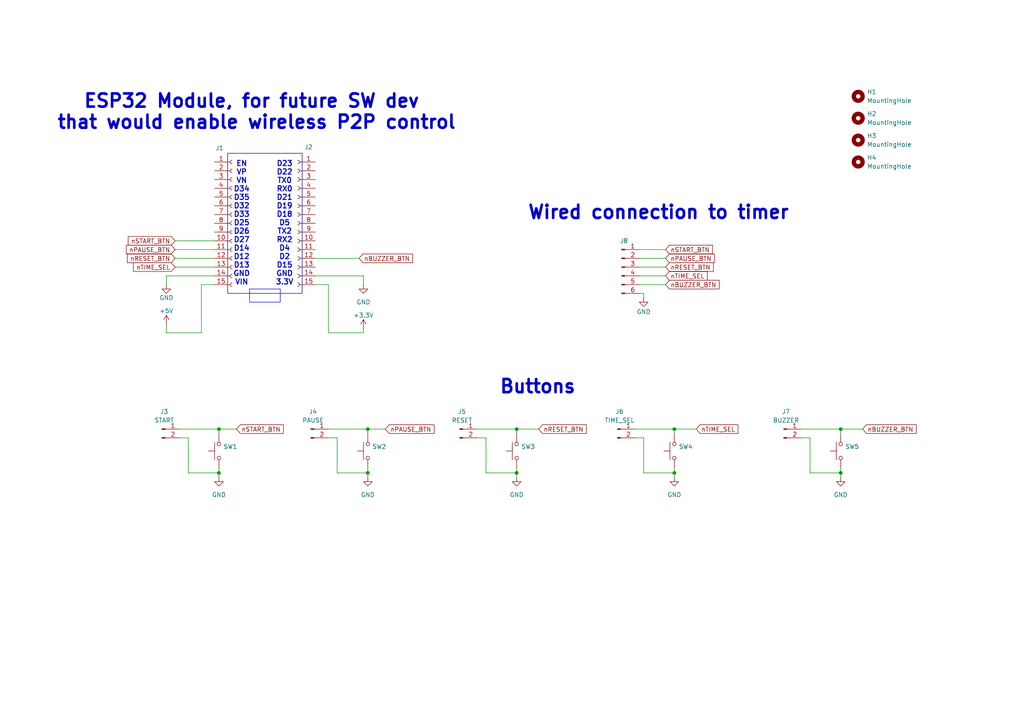
<source format=kicad_sch>
(kicad_sch (version 20231120) (generator "eeschema") (generator_version "8.0")
  (paper "A4")
  (lib_symbols
    (symbol "Connector:Conn_01x02_Pin" (pin_names (offset 1.016) hide)
      (property "Reference" "J" (at 0 2.54 0))
      (property "Value" "Conn_01x02_Pin" (at 0 -5.08 0))
      (symbol "Conn_01x02_Pin_1_1"
        (polyline (pts (xy 1.27 -2.54) (xy 0.8636 -2.54)) (stroke (width 0.1524)))
        (polyline (pts (xy 1.27 0) (xy 0.8636 0)) (stroke (width 0.1524)))
        (rectangle (start 0.8636 -2.413) (end 0 -2.667) (stroke (width 0.1524)) (fill (type outline)))
        (rectangle (start 0.8636 0.127) (end 0 -0.127) (stroke (width 0.1524)) (fill (type outline)))
        (pin passive line (at 5.08 0 180) (length 3.81) (name "Pin_1") (number "1"))
        (pin passive line (at 5.08 -2.54 180) (length 3.81) (name "Pin_2") (number "2"))
      )
    )
    (symbol "Connector:Conn_01x06_Pin" (pin_names (offset 1.016) hide)
      (property "Reference" "J" (at 0 7.62 0))
      (property "Value" "Conn_01x06_Pin" (at 0 -10.16 0))
      (symbol "Conn_01x06_Pin_1_1"
        (polyline (pts (xy 1.27 -7.62) (xy 0.8636 -7.62)) (stroke (width 0.1524)))
        (polyline (pts (xy 1.27 -5.08) (xy 0.8636 -5.08)) (stroke (width 0.1524)))
        (polyline (pts (xy 1.27 -2.54) (xy 0.8636 -2.54)) (stroke (width 0.1524)))
        (polyline (pts (xy 1.27 0) (xy 0.8636 0)) (stroke (width 0.1524)))
        (polyline (pts (xy 1.27 2.54) (xy 0.8636 2.54)) (stroke (width 0.1524)))
        (polyline (pts (xy 1.27 5.08) (xy 0.8636 5.08)) (stroke (width 0.1524)))
        (rectangle (start 0.8636 -7.493) (end 0 -7.747) (stroke (width 0.1524)) (fill (type outline)))
        (rectangle (start 0.8636 -4.953) (end 0 -5.207) (stroke (width 0.1524)) (fill (type outline)))
        (rectangle (start 0.8636 -2.413) (end 0 -2.667) (stroke (width 0.1524)) (fill (type outline)))
        (rectangle (start 0.8636 0.127) (end 0 -0.127) (stroke (width 0.1524)) (fill (type outline)))
        (rectangle (start 0.8636 2.667) (end 0 2.413) (stroke (width 0.1524)) (fill (type outline)))
        (rectangle (start 0.8636 5.207) (end 0 4.953) (stroke (width 0.1524)) (fill (type outline)))
        (pin passive line (at 5.08 5.08 180) (length 3.81) (name "Pin_1") (number "1"))
        (pin passive line (at 5.08 2.54 180) (length 3.81) (name "Pin_2") (number "2"))
        (pin passive line (at 5.08 0 180) (length 3.81) (name "Pin_3") (number "3"))
        (pin passive line (at 5.08 -2.54 180) (length 3.81) (name "Pin_4") (number "4"))
        (pin passive line (at 5.08 -5.08 180) (length 3.81) (name "Pin_5") (number "5"))
        (pin passive line (at 5.08 -7.62 180) (length 3.81) (name "Pin_6") (number "6"))
      )
    )
    (symbol "Connector:Conn_01x15_Socket" (pin_names (offset 1.016) hide)
      (property "Reference" "J" (at 0 20.32 0))
      (property "Value" "Conn_01x15_Socket" (at 0 -20.32 0))
      (symbol "Conn_01x15_Socket_1_1"
        (arc (start 0 -17.272) (mid -0.5058 -17.78) (end 0 -18.288) (stroke (width 0.1524)))
        (arc (start 0 -14.732) (mid -0.5058 -15.24) (end 0 -15.748) (stroke (width 0.1524)))
        (arc (start 0 -12.192) (mid -0.5058 -12.7) (end 0 -13.208) (stroke (width 0.1524)))
        (arc (start 0 -9.652) (mid -0.5058 -10.16) (end 0 -10.668) (stroke (width 0.1524)))
        (arc (start 0 -7.112) (mid -0.5058 -7.62) (end 0 -8.128) (stroke (width 0.1524)))
        (arc (start 0 -4.572) (mid -0.5058 -5.08) (end 0 -5.588) (stroke (width 0.1524)))
        (arc (start 0 -2.032) (mid -0.5058 -2.54) (end 0 -3.048) (stroke (width 0.1524)))
        (polyline (pts (xy -1.27 -17.78) (xy -0.508 -17.78)) (stroke (width 0.1524)))
        (polyline (pts (xy -1.27 -15.24) (xy -0.508 -15.24)) (stroke (width 0.1524)))
        (polyline (pts (xy -1.27 -12.7) (xy -0.508 -12.7)) (stroke (width 0.1524)))
        (polyline (pts (xy -1.27 -10.16) (xy -0.508 -10.16)) (stroke (width 0.1524)))
        (polyline (pts (xy -1.27 -7.62) (xy -0.508 -7.62)) (stroke (width 0.1524)))
        (polyline (pts (xy -1.27 -5.08) (xy -0.508 -5.08)) (stroke (width 0.1524)))
        (polyline (pts (xy -1.27 -2.54) (xy -0.508 -2.54)) (stroke (width 0.1524)))
        (polyline (pts (xy -1.27 0) (xy -0.508 0)) (stroke (width 0.1524)))
        (polyline (pts (xy -1.27 2.54) (xy -0.508 2.54)) (stroke (width 0.1524)))
        (polyline (pts (xy -1.27 5.08) (xy -0.508 5.08)) (stroke (width 0.1524)))
        (polyline (pts (xy -1.27 7.62) (xy -0.508 7.62)) (stroke (width 0.1524)))
        (polyline (pts (xy -1.27 10.16) (xy -0.508 10.16)) (stroke (width 0.1524)))
        (polyline (pts (xy -1.27 12.7) (xy -0.508 12.7)) (stroke (width 0.1524)))
        (polyline (pts (xy -1.27 15.24) (xy -0.508 15.24)) (stroke (width 0.1524)))
        (polyline (pts (xy -1.27 17.78) (xy -0.508 17.78)) (stroke (width 0.1524)))
        (arc (start 0 0.508) (mid -0.5058 0) (end 0 -0.508) (stroke (width 0.1524)))
        (arc (start 0 3.048) (mid -0.5058 2.54) (end 0 2.032) (stroke (width 0.1524)))
        (arc (start 0 5.588) (mid -0.5058 5.08) (end 0 4.572) (stroke (width 0.1524)))
        (arc (start 0 8.128) (mid -0.5058 7.62) (end 0 7.112) (stroke (width 0.1524)))
        (arc (start 0 10.668) (mid -0.5058 10.16) (end 0 9.652) (stroke (width 0.1524)))
        (arc (start 0 13.208) (mid -0.5058 12.7) (end 0 12.192) (stroke (width 0.1524)))
        (arc (start 0 15.748) (mid -0.5058 15.24) (end 0 14.732) (stroke (width 0.1524)))
        (arc (start 0 18.288) (mid -0.5058 17.78) (end 0 17.272) (stroke (width 0.1524)))
        (pin passive line (at -5.08 17.78 0) (length 3.81) (name "Pin_1") (number "1"))
        (pin passive line (at -5.08 -5.08 0) (length 3.81) (name "Pin_10") (number "10"))
        (pin passive line (at -5.08 -7.62 0) (length 3.81) (name "Pin_11") (number "11"))
        (pin passive line (at -5.08 -10.16 0) (length 3.81) (name "Pin_12") (number "12"))
        (pin passive line (at -5.08 -12.7 0) (length 3.81) (name "Pin_13") (number "13"))
        (pin passive line (at -5.08 -15.24 0) (length 3.81) (name "Pin_14") (number "14"))
        (pin passive line (at -5.08 -17.78 0) (length 3.81) (name "Pin_15") (number "15"))
        (pin passive line (at -5.08 15.24 0) (length 3.81) (name "Pin_2") (number "2"))
        (pin passive line (at -5.08 12.7 0) (length 3.81) (name "Pin_3") (number "3"))
        (pin passive line (at -5.08 10.16 0) (length 3.81) (name "Pin_4") (number "4"))
        (pin passive line (at -5.08 7.62 0) (length 3.81) (name "Pin_5") (number "5"))
        (pin passive line (at -5.08 5.08 0) (length 3.81) (name "Pin_6") (number "6"))
        (pin passive line (at -5.08 2.54 0) (length 3.81) (name "Pin_7") (number "7"))
        (pin passive line (at -5.08 0 0) (length 3.81) (name "Pin_8") (number "8"))
        (pin passive line (at -5.08 -2.54 0) (length 3.81) (name "Pin_9") (number "9"))
      )
    )
    (symbol "Mechanical:MountingHole" (pin_names (offset 1.016)) (exclude_from_sim yes) (in_bom no)
      (property "Reference" "H" (at 0 5.08 0))
      (property "Value" "MountingHole" (at 0 3.175 0))
      (symbol "MountingHole_0_1"
        (circle (center 0 0) (radius 1.27) (stroke (width 1.27)))
      )
    )
    (symbol "Switch:SW_Push" (pin_numbers hide) (pin_names (offset 1.016) hide)
      (property "Reference" "SW" (at 1.27 2.54 0))
      (property "Value" "SW_Push" (at 0 -1.524 0))
      (symbol "SW_Push_0_1"
        (circle (center -2.032 0) (radius 0.508))
        (polyline (pts (xy 0 1.27) (xy 0 3.048)))
        (polyline (pts (xy 2.54 1.27) (xy -2.54 1.27)))
        (circle (center 2.032 0) (radius 0.508))
        (pin passive line (at -5.08 0 0) (length 2.54) (name "1") (number "1"))
        (pin passive line (at 5.08 0 180) (length 2.54) (name "2") (number "2"))
      )
    )
    (symbol "power:+3.3V" (power) (pin_numbers hide) (pin_names (offset 0) hide)
      (property "Value" "+3.3V" (at 0 3.556 0))
      (symbol "+3.3V_0_1"
        (polyline (pts (xy -0.762 1.27) (xy 0 2.54)))
        (polyline (pts (xy 0 0) (xy 0 2.54)))
        (polyline (pts (xy 0 2.54) (xy 0.762 1.27)))
      )
      (symbol "+3.3V_1_1"
        (pin power_in line (at 0 0 90) (length 0) (name "~") (number "1"))
      )
    )
    (symbol "power:+5V" (power) (pin_numbers hide) (pin_names (offset 0) hide)
      (property "Value" "+5V" (at 0 3.556 0))
      (symbol "+5V_0_1"
        (polyline (pts (xy -0.762 1.27) (xy 0 2.54)))
        (polyline (pts (xy 0 0) (xy 0 2.54)))
        (polyline (pts (xy 0 2.54) (xy 0.762 1.27)))
      )
      (symbol "+5V_1_1"
        (pin power_in line (at 0 0 90) (length 0) (name "~") (number "1"))
      )
    )
    (symbol "power:GND" (power) (pin_numbers hide) (pin_names (offset 0) hide)
      (property "Value" "GND" (at 0 -3.81 0))
      (symbol "GND_0_1"
        (polyline (pts (xy 0 0) (xy 0 -1.27) (xy 1.27 -1.27) (xy 0 -2.54) (xy -1.27 -1.27) (xy 0 -1.27)))
      )
      (symbol "GND_1_1"
        (pin power_in line (at 0 0 270) (length 0) (name "~") (number "1"))
      )
    )
  )
  (junction (at 63.5 124.46))
  (junction (at 149.86 124.46))
  (junction (at 149.86 137.16))
  (junction (at 243.84 137.16))
  (junction (at 195.58 124.46))
  (junction (at 106.68 124.46))
  (junction (at 243.84 124.46))
  (junction (at 195.58 137.16))
  (junction (at 63.5 137.16))
  (junction (at 106.68 137.16))
  (wire (pts (xy 50.8 74.93) (xy 62.23 74.93)))
  (wire (pts (xy 105.41 96.52) (xy 105.41 95.25)))
  (wire (pts (xy 106.68 124.46) (xy 106.68 125.73)))
  (wire (pts (xy 54.61 127) (xy 54.61 137.16)))
  (wire (pts (xy 138.43 124.46) (xy 149.86 124.46)))
  (wire (pts (xy 186.69 127) (xy 186.69 137.16)))
  (wire (pts (xy 195.58 135.89) (xy 195.58 137.16)))
  (wire (pts (xy 63.5 124.46) (xy 68.58 124.46)))
  (wire (pts (xy 106.68 137.16) (xy 106.68 138.43)))
  (wire (pts (xy 140.97 127) (xy 140.97 137.16)))
  (wire (pts (xy 54.61 137.16) (xy 63.5 137.16)))
  (wire (pts (xy 91.44 80.01) (xy 105.41 80.01)))
  (wire (pts (xy 62.23 82.55) (xy 58.42 82.55)))
  (wire (pts (xy 195.58 137.16) (xy 195.58 138.43)))
  (wire (pts (xy 91.44 82.55) (xy 95.25 82.55)))
  (wire (pts (xy 186.69 137.16) (xy 195.58 137.16)))
  (wire (pts (xy 50.8 69.85) (xy 62.23 69.85)))
  (wire (pts (xy 48.26 80.01) (xy 48.26 82.55)))
  (wire (pts (xy 97.79 137.16) (xy 106.68 137.16)))
  (wire (pts (xy 106.68 124.46) (xy 111.76 124.46)))
  (wire (pts (xy 184.15 127) (xy 186.69 127)))
  (wire (pts (xy 48.26 96.52) (xy 58.42 96.52)))
  (wire (pts (xy 105.41 80.01) (xy 105.41 82.55)))
  (wire (pts (xy 63.5 135.89) (xy 63.5 137.16)))
  (wire (pts (xy 62.23 80.01) (xy 48.26 80.01)))
  (wire (pts (xy 63.5 137.16) (xy 63.5 138.43)))
  (wire (pts (xy 95.25 124.46) (xy 106.68 124.46)))
  (wire (pts (xy 106.68 135.89) (xy 106.68 137.16)))
  (wire (pts (xy 48.26 96.52) (xy 48.26 93.98)))
  (wire (pts (xy 193.04 77.47) (xy 185.42 77.47)))
  (wire (pts (xy 193.04 74.93) (xy 185.42 74.93)))
  (wire (pts (xy 193.04 80.01) (xy 185.42 80.01)))
  (wire (pts (xy 95.25 82.55) (xy 95.25 96.52)))
  (wire (pts (xy 234.95 137.16) (xy 243.84 137.16)))
  (wire (pts (xy 50.8 77.47) (xy 62.23 77.47)))
  (wire (pts (xy 195.58 124.46) (xy 195.58 125.73)))
  (wire (pts (xy 52.07 127) (xy 54.61 127)))
  (wire (pts (xy 232.41 124.46) (xy 243.84 124.46)))
  (wire (pts (xy 193.04 82.55) (xy 185.42 82.55)))
  (wire (pts (xy 140.97 137.16) (xy 149.86 137.16)))
  (wire (pts (xy 149.86 124.46) (xy 149.86 125.73)))
  (wire (pts (xy 193.04 72.39) (xy 185.42 72.39)))
  (wire (pts (xy 243.84 137.16) (xy 243.84 138.43)))
  (wire (pts (xy 95.25 96.52) (xy 105.41 96.52)))
  (wire (pts (xy 184.15 124.46) (xy 195.58 124.46)))
  (wire (pts (xy 50.8 72.39) (xy 62.23 72.39)))
  (wire (pts (xy 58.42 82.55) (xy 58.42 96.52)))
  (wire (pts (xy 149.86 124.46) (xy 156.21 124.46)))
  (wire (pts (xy 97.79 127) (xy 97.79 137.16)))
  (wire (pts (xy 52.07 124.46) (xy 63.5 124.46)))
  (wire (pts (xy 234.95 127) (xy 234.95 137.16)))
  (wire (pts (xy 91.44 74.93) (xy 104.14 74.93)))
  (wire (pts (xy 95.25 127) (xy 97.79 127)))
  (wire (pts (xy 149.86 135.89) (xy 149.86 137.16)))
  (wire (pts (xy 195.58 124.46) (xy 201.93 124.46)))
  (wire (pts (xy 149.86 137.16) (xy 149.86 138.43)))
  (wire (pts (xy 243.84 124.46) (xy 243.84 125.73)))
  (wire (pts (xy 243.84 135.89) (xy 243.84 137.16)))
  (wire (pts (xy 243.84 124.46) (xy 250.19 124.46)))
  (wire (pts (xy 63.5 124.46) (xy 63.5 125.73)))
  (wire (pts (xy 138.43 127) (xy 140.97 127)))
  (wire (pts (xy 186.69 85.09) (xy 185.42 85.09)))
  (wire (pts (xy 232.41 127) (xy 234.95 127)))
  (wire (pts (xy 186.69 85.09) (xy 186.69 86.36)))
  (rectangle (start 66.04 44.45) (end 87.63 85.09))
  (rectangle (start 72.39 83.82) (end 81.28 87.63))
  (text "ESP32 Module, for future SW dev \nthat would enable wireless P2P control" (at 74.422 32.512 0) (effects (font (size 3.81 3.81) (thickness 0.762) (bold yes))))
  (text "D23\nD22\nTX0\nRX0\nD21\nD19\nD18\nD5\nTX2\nRX2\nD4\nD2\nD15\nGND\n3.3V" (at 82.55 64.77 0) (effects (font (size 1.524 1.524) (thickness 0.2794) (bold yes))))
  (text "Wired connection to timer" (at 191.008 61.722 0) (effects (font (size 3.81 3.81) (thickness 0.762) (bold yes))))
  (text "Buttons" (at 155.956 112.268 0) (effects (font (size 3.81 3.81) (thickness 0.762) (bold yes))))
  (text "EN\nVP\nVN\nD34\nD35\nD32\nD33\nD25\nD26\nD27\nD14\nD12\nD13\nGND\nVIN" (at 70.104 64.77 0) (effects (font (size 1.524 1.524) (thickness 0.2794) (bold yes))))
  (global_label "nRESET_BTN" (shape input) (at 50.8 74.93 180) (property "Intersheetrefs" "${INTERSHEET_REFS}" (effects (hide yes))))
  (global_label "nPAUSE_BTN" (shape input) (at 193.04 74.93 0) (property "Intersheetrefs" "${INTERSHEET_REFS}" (effects (hide yes))))
  (global_label "nPAUSE_BTN" (shape input) (at 50.8 72.39 180) (property "Intersheetrefs" "${INTERSHEET_REFS}" (effects (hide yes))))
  (global_label "nPAUSE_BTN" (shape input) (at 111.76 124.46 0) (property "Intersheetrefs" "${INTERSHEET_REFS}" (effects (hide yes))))
  (global_label "nSTART_BTN" (shape input) (at 68.58 124.46 0) (property "Intersheetrefs" "${INTERSHEET_REFS}" (effects (hide yes))))
  (global_label "nBUZZER_BTN" (shape input) (at 250.19 124.46 0) (property "Intersheetrefs" "${INTERSHEET_REFS}" (effects (hide yes))))
  (global_label "nTIME_SEL" (shape input) (at 50.8 77.47 180) (property "Intersheetrefs" "${INTERSHEET_REFS}" (effects (hide yes))))
  (global_label "nBUZZER_BTN" (shape input) (at 193.04 82.55 0) (property "Intersheetrefs" "${INTERSHEET_REFS}" (effects (hide yes))))
  (global_label "nTIME_SEL" (shape input) (at 201.93 124.46 0) (property "Intersheetrefs" "${INTERSHEET_REFS}" (effects (hide yes))))
  (global_label "nBUZZER_BTN" (shape input) (at 104.14 74.93 0) (property "Intersheetrefs" "${INTERSHEET_REFS}" (effects (hide yes))))
  (global_label "nRESET_BTN" (shape input) (at 156.21 124.46 0) (property "Intersheetrefs" "${INTERSHEET_REFS}" (effects (hide yes))))
  (global_label "nRESET_BTN" (shape input) (at 193.04 77.47 0) (property "Intersheetrefs" "${INTERSHEET_REFS}" (effects (hide yes))))
  (global_label "nSTART_BTN" (shape input) (at 193.04 72.39 0) (property "Intersheetrefs" "${INTERSHEET_REFS}" (effects (hide yes))))
  (global_label "nSTART_BTN" (shape input) (at 50.8 69.85 180) (property "Intersheetrefs" "${INTERSHEET_REFS}" (effects (hide yes))))
  (global_label "nTIME_SEL" (shape input) (at 193.04 80.01 0) (property "Intersheetrefs" "${INTERSHEET_REFS}" (effects (hide yes))))
  (symbol (lib_id "Switch:SW_Push") (at 195.58 130.81 90) (unit 1)
    (property "Reference" "SW4" (at 196.85 129.5399 90) (effects (justify right)))
    (property "Value" "TIME_SEL" (effects (hide yes)))
    (property "Footprint" "Button_Switch_THT:SW_PUSH-12mm" (effects (hide yes)))
    (property "Description" "Push button switch, generic, two pins" (effects (hide yes)))
    (property "LCSC" "C5377619" (effects (hide yes)))
  )
  (symbol (lib_id "Switch:SW_Push") (at 63.5 130.81 90) (unit 1)
    (property "Reference" "SW1" (at 64.77 129.5399 90) (effects (justify right)))
    (property "Value" "START" (effects (hide yes)))
    (property "Footprint" "Button_Switch_THT:SW_PUSH-12mm" (effects (hide yes)))
    (property "Description" "Push button switch, generic, two pins" (effects (hide yes)))
    (property "LCSC" "C5377619" (effects (hide yes)))
  )
  (symbol (lib_id "power:+3.3V") (at 105.41 95.25 0) (unit 1)
    (property "Reference" "#PWR04" (effects (hide yes)))
    (property "Value" "+3.3V" (at 105.41 91.44 0))
    (property "Description" "Power symbol creates a global label with name \"+3.3V\"" (effects (hide yes)))
  )
  (symbol (lib_id "Mechanical:MountingHole") (at 248.92 40.64 0) (unit 1) (exclude_from_sim yes) (in_bom no)
    (property "Reference" "H3" (at 251.46 39.3699 0) (effects (justify left)))
    (property "Value" "MountingHole" (at 251.46 41.9099 0) (effects (justify left)))
    (property "Footprint" "MountingHole:MountingHole_3.2mm_M3" (effects (hide yes)))
    (property "Description" "Mounting Hole without connection" (effects (hide yes)))
  )
  (symbol (lib_id "Switch:SW_Push") (at 243.84 130.81 90) (unit 1)
    (property "Reference" "SW5" (at 245.11 129.5399 90) (effects (justify right)))
    (property "Value" "BUZZER" (effects (hide yes)))
    (property "Footprint" "Button_Switch_THT:SW_PUSH-12mm" (effects (hide yes)))
    (property "Description" "Push button switch, generic, two pins" (effects (hide yes)))
    (property "LCSC" "C5377619" (effects (hide yes)))
  )
  (symbol (lib_id "Connector:Conn_01x15_Socket") (at 67.31 64.77 0) (unit 1)
    (property "Reference" "J1" (at 62.484 42.926 0) (effects (justify left)))
    (property "Value" "Conn_01x15_Socket" (effects (hide yes)))
    (property "Footprint" "Connector_PinSocket_2.54mm:PinSocket_1x15_P2.54mm_Vertical" (effects (hide yes)))
    (property "Description" "Generic connector, single row, 01x15, script generated" (effects (hide yes)))
    (property "LCSC" "C124408" (effects (hide yes)))
  )
  (symbol (lib_id "Connector:Conn_01x02_Pin") (at 133.35 124.46 0) (unit 1)
    (property "Reference" "J5" (at 133.985 119.38 0))
    (property "Value" "RESET" (at 133.985 121.92 0))
    (property "Footprint" "Connector_PinHeader_2.54mm:PinHeader_1x02_P2.54mm_Vertical" (effects (hide yes)))
    (property "Description" "Generic connector, single row, 01x02, script generated" (effects (hide yes)))
  )
  (symbol (lib_id "Mechanical:MountingHole") (at 248.92 34.29 0) (unit 1) (exclude_from_sim yes) (in_bom no)
    (property "Reference" "H2" (at 251.46 33.0199 0) (effects (justify left)))
    (property "Value" "MountingHole" (at 251.46 35.5599 0) (effects (justify left)))
    (property "Footprint" "MountingHole:MountingHole_3.2mm_M3" (effects (hide yes)))
    (property "Description" "Mounting Hole without connection" (effects (hide yes)))
  )
  (symbol (lib_id "Connector:Conn_01x06_Pin") (at 180.34 77.47 0) (unit 1)
    (property "Reference" "J8" (at 180.975 69.85 0))
    (property "Value" "Conn_01x06_Pin" (effects (hide yes)))
    (property "Footprint" "Connector_JST:JST_EH_S6B-EH_1x06_P2.50mm_Horizontal" (effects (hide yes)))
    (property "Description" "Generic connector, single row, 01x06, script generated" (effects (hide yes)))
  )
  (symbol (lib_id "power:GND") (at 106.68 138.43 0) (unit 1)
    (property "Reference" "#PWR05" (effects (hide yes)))
    (property "Value" "GND" (at 106.68 143.51 0))
    (property "Description" "Power symbol creates a global label with name \"GND\" , ground" (effects (hide yes)))
  )
  (symbol (lib_id "power:GND") (at 195.58 138.43 0) (unit 1)
    (property "Reference" "#PWR08" (effects (hide yes)))
    (property "Value" "GND" (at 195.58 143.51 0))
    (property "Description" "Power symbol creates a global label with name \"GND\" , ground" (effects (hide yes)))
  )
  (symbol (lib_id "Mechanical:MountingHole") (at 248.92 27.94 0) (unit 1) (exclude_from_sim yes) (in_bom no)
    (property "Reference" "H1" (at 251.46 26.6699 0) (effects (justify left)))
    (property "Value" "MountingHole" (at 251.46 29.2099 0) (effects (justify left)))
    (property "Footprint" "MountingHole:MountingHole_3.2mm_M3" (effects (hide yes)))
    (property "Description" "Mounting Hole without connection" (effects (hide yes)))
  )
  (symbol (lib_id "power:GND") (at 149.86 138.43 0) (unit 1)
    (property "Reference" "#PWR07" (effects (hide yes)))
    (property "Value" "GND" (at 149.86 143.51 0))
    (property "Description" "Power symbol creates a global label with name \"GND\" , ground" (effects (hide yes)))
  )
  (symbol (lib_id "Switch:SW_Push") (at 106.68 130.81 90) (unit 1)
    (property "Reference" "SW2" (at 107.95 129.5399 90) (effects (justify right)))
    (property "Value" "PAUSE" (effects (hide yes)))
    (property "Footprint" "Button_Switch_THT:SW_PUSH-12mm" (effects (hide yes)))
    (property "Description" "Push button switch, generic, two pins" (effects (hide yes)))
    (property "LCSC" "C5377619" (effects (hide yes)))
  )
  (symbol (lib_id "Connector:Conn_01x02_Pin") (at 227.33 124.46 0) (unit 1)
    (property "Reference" "J7" (at 227.965 119.38 0))
    (property "Value" "BUZZER" (at 227.965 121.92 0))
    (property "Footprint" "Connector_PinHeader_2.54mm:PinHeader_1x02_P2.54mm_Vertical" (effects (hide yes)))
    (property "Description" "Generic connector, single row, 01x02, script generated" (effects (hide yes)))
  )
  (symbol (lib_id "Connector:Conn_01x02_Pin") (at 179.07 124.46 0) (unit 1)
    (property "Reference" "J6" (at 179.705 119.38 0))
    (property "Value" "TIME_SEL" (at 179.705 121.92 0))
    (property "Footprint" "Connector_PinHeader_2.54mm:PinHeader_1x02_P2.54mm_Vertical" (effects (hide yes)))
    (property "Description" "Generic connector, single row, 01x02, script generated" (effects (hide yes)))
  )
  (symbol (lib_id "power:GND") (at 63.5 138.43 0) (unit 1)
    (property "Reference" "#PWR06" (effects (hide yes)))
    (property "Value" "GND" (at 63.5 143.51 0))
    (property "Description" "Power symbol creates a global label with name \"GND\" , ground" (effects (hide yes)))
  )
  (symbol (lib_id "power:GND") (at 105.41 82.55 0) (unit 1)
    (property "Reference" "#PWR03" (effects (hide yes)))
    (property "Value" "GND" (at 105.41 87.63 0))
    (property "Description" "Power symbol creates a global label with name \"GND\" , ground" (effects (hide yes)))
  )
  (symbol (lib_id "power:GND") (at 243.84 138.43 0) (unit 1)
    (property "Reference" "#PWR09" (effects (hide yes)))
    (property "Value" "GND" (at 243.84 143.51 0))
    (property "Description" "Power symbol creates a global label with name \"GND\" , ground" (effects (hide yes)))
  )
  (symbol (lib_id "power:+5V") (at 48.26 93.98 0) (unit 1)
    (property "Reference" "#PWR02" (effects (hide yes)))
    (property "Value" "+5V" (at 48.26 90.17 0))
    (property "Description" "Power symbol creates a global label with name \"+5V\"" (effects (hide yes)))
  )
  (symbol (lib_id "power:GND") (at 48.26 82.55 0) (mirror y) (unit 1)
    (property "Reference" "#PWR01" (effects (hide yes)))
    (property "Value" "GND" (at 48.26 86.36 0))
    (property "Description" "Power symbol creates a global label with name \"GND\" , ground" (effects (hide yes)))
  )
  (symbol (lib_id "Connector:Conn_01x02_Pin") (at 90.17 124.46 0) (unit 1)
    (property "Reference" "J4" (at 90.805 119.38 0))
    (property "Value" "PAUSE" (at 90.805 121.92 0))
    (property "Footprint" "Connector_PinHeader_2.54mm:PinHeader_1x02_P2.54mm_Vertical" (effects (hide yes)))
    (property "Description" "Generic connector, single row, 01x02, script generated" (effects (hide yes)))
  )
  (symbol (lib_id "Switch:SW_Push") (at 149.86 130.81 90) (unit 1)
    (property "Reference" "SW3" (at 151.13 129.5399 90) (effects (justify right)))
    (property "Value" "RESET" (effects (hide yes)))
    (property "Footprint" "Button_Switch_THT:SW_PUSH-12mm" (effects (hide yes)))
    (property "Description" "Push button switch, generic, two pins" (effects (hide yes)))
    (property "LCSC" "C5377619" (effects (hide yes)))
  )
  (symbol (lib_id "power:GND") (at 186.69 86.36 0) (unit 1)
    (property "Reference" "#PWR010" (effects (hide yes)))
    (property "Value" "GND" (at 186.69 90.424 0))
    (property "Description" "Power symbol creates a global label with name \"GND\" , ground" (effects (hide yes)))
  )
  (symbol (lib_id "Connector:Conn_01x15_Socket") (at 86.36 64.77 0) (mirror y) (unit 1)
    (property "Reference" "J2" (at 90.678 42.672 0) (effects (justify left)))
    (property "Value" "Conn_01x15_Socket" (effects (hide yes)))
    (property "Footprint" "Connector_PinSocket_2.54mm:PinSocket_1x15_P2.54mm_Vertical" (effects (hide yes)))
    (property "Description" "Generic connector, single row, 01x15, script generated" (effects (hide yes)))
    (property "LCSC" "C124408" (effects (hide yes)))
  )
  (symbol (lib_id "Connector:Conn_01x02_Pin") (at 46.99 124.46 0) (unit 1)
    (property "Reference" "J3" (at 47.625 119.38 0))
    (property "Value" "START" (at 47.625 121.92 0))
    (property "Footprint" "Connector_PinHeader_2.54mm:PinHeader_1x02_P2.54mm_Vertical" (effects (hide yes)))
    (property "Description" "Generic connector, single row, 01x02, script generated" (effects (hide yes)))
  )
  (symbol (lib_id "Mechanical:MountingHole") (at 248.92 46.99 0) (unit 1) (exclude_from_sim yes) (in_bom no)
    (property "Reference" "H4" (at 251.46 45.7199 0) (effects (justify left)))
    (property "Value" "MountingHole" (at 251.46 48.2599 0) (effects (justify left)))
    (property "Footprint" "MountingHole:MountingHole_3.2mm_M3" (effects (hide yes)))
    (property "Description" "Mounting Hole without connection" (effects (hide yes)))
  )
)
</source>
